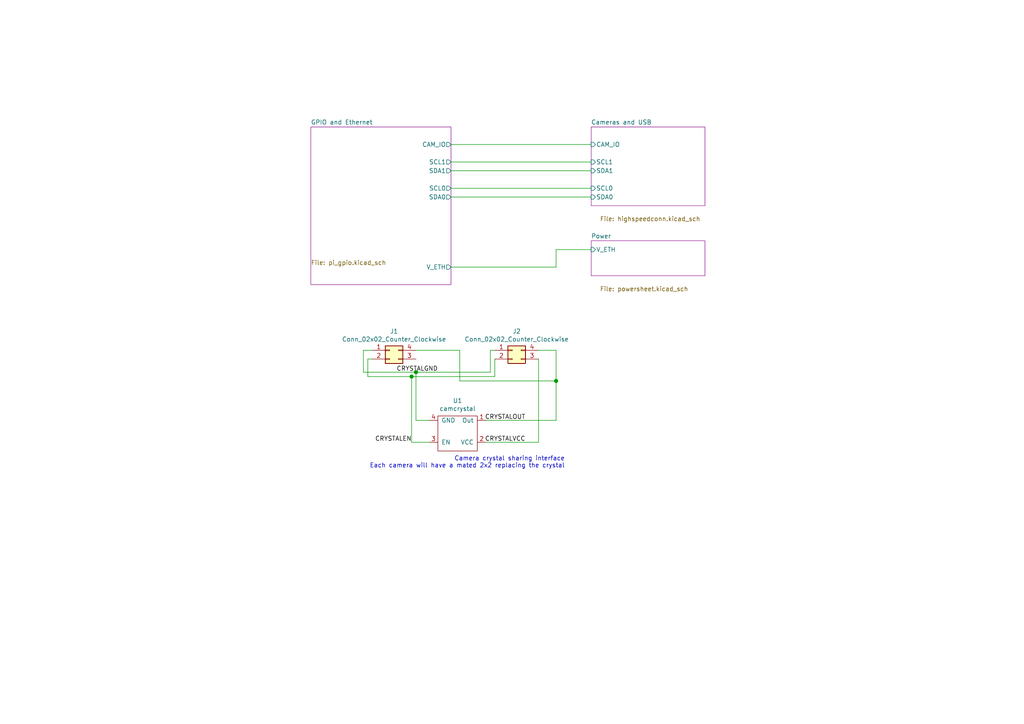
<source format=kicad_sch>
(kicad_sch (version 20201015) (generator eeschema)
  (paper "A4")
  (title_block (title "OpenStereo main sheet"))
  (lib_symbols
    (symbol "Connector_Generic:Conn_02x02_Counter_Clockwise" (pin_names (offset 1.016) hide)
      (property "Reference" "J" (at 1.27 2.54 0))
      (property "Value" "Conn_02x02_Counter_Clockwise" (at 1.27 -5.08 0))
      (symbol "Conn_02x02_Counter_Clockwise_1_1"
        (rectangle (start -1.27 -2.413) (end 0 -2.667) (stroke (width 0.1524)))
        (rectangle (start -1.27 0.127) (end 0 -0.127) (stroke (width 0.1524)))
        (rectangle (start -1.27 1.27) (end 3.81 -3.81) (stroke (width 0.254)) (fill (type background)))
        (rectangle (start 3.81 -2.413) (end 2.54 -2.667) (stroke (width 0.1524)))
        (rectangle (start 3.81 0.127) (end 2.54 -0.127) (stroke (width 0.1524)))
        (pin passive line (at -5.08 0 0) (length 3.81) (name "Pin_1") (number "1"))
        (pin passive line (at -5.08 -2.54 0) (length 3.81) (name "Pin_2") (number "2"))
        (pin passive line (at 7.62 -2.54 180) (length 3.81) (name "Pin_3") (number "3"))
        (pin passive line (at 7.62 0 180) (length 3.81) (name "Pin_4") (number "4"))
      )
    )
    (symbol "openstereo:camcrystal" (pin_names (offset 1.016))
      (property "Reference" "U" (at -1.27 6.35 0))
      (property "Value" "camcrystal" (at 0 -6.35 0))
      (symbol "camcrystal_0_1"
        (rectangle (start -6.35 5.08) (end 5.08 -5.08))
      )
      (symbol "camcrystal_1_1"
        (pin output line (at -8.89 3.81 0) (length 2.54) (name "Out") (number "1"))
        (pin power_in line (at -8.89 -2.54 0) (length 2.54) (name "VCC") (number "2"))
        (pin input line (at 7.62 -2.54 180) (length 2.54) (name "EN") (number "3"))
        (pin passive line (at 7.62 3.81 180) (length 2.54) (name "GND") (number "4"))
      )
    )
  )
  (junction (at 119.38 109.22) (diameter 1.016))
  (junction (at 120.65 107.95) (diameter 1.016))
  (junction (at 161.29 110.49) (diameter 1.016))
  (wire (pts (xy 105.41 101.6) (xy 105.41 107.95)))
  (wire (pts (xy 105.41 107.95) (xy 120.65 107.95)))
  (wire (pts (xy 106.68 104.14) (xy 106.68 109.22)))
  (wire (pts (xy 106.68 109.22) (xy 119.38 109.22)))
  (wire (pts (xy 107.95 101.6) (xy 105.41 101.6)))
  (wire (pts (xy 107.95 104.14) (xy 106.68 104.14)))
  (wire (pts (xy 119.38 109.22) (xy 119.38 128.27)))
  (wire (pts (xy 119.38 128.27) (xy 124.46 128.27)))
  (wire (pts (xy 120.65 101.6) (xy 133.35 101.6)))
  (wire (pts (xy 120.65 107.95) (xy 120.65 121.92)))
  (wire (pts (xy 120.65 121.92) (xy 124.46 121.92)))
  (wire (pts (xy 130.81 41.91) (xy 171.45 41.91)))
  (wire (pts (xy 130.81 46.99) (xy 171.45 46.99)))
  (wire (pts (xy 130.81 49.53) (xy 171.45 49.53)))
  (wire (pts (xy 130.81 54.61) (xy 171.45 54.61)))
  (wire (pts (xy 130.81 57.15) (xy 171.45 57.15)))
  (wire (pts (xy 130.81 77.47) (xy 161.29 77.47)))
  (wire (pts (xy 133.35 101.6) (xy 133.35 110.49)))
  (wire (pts (xy 133.35 110.49) (xy 161.29 110.49)))
  (wire (pts (xy 140.97 121.92) (xy 161.29 121.92)))
  (wire (pts (xy 142.24 101.6) (xy 142.24 107.95)))
  (wire (pts (xy 142.24 107.95) (xy 120.65 107.95)))
  (wire (pts (xy 143.51 101.6) (xy 142.24 101.6)))
  (wire (pts (xy 143.51 104.14) (xy 143.51 109.22)))
  (wire (pts (xy 143.51 109.22) (xy 119.38 109.22)))
  (wire (pts (xy 156.21 104.14) (xy 156.21 128.27)))
  (wire (pts (xy 156.21 128.27) (xy 140.97 128.27)))
  (wire (pts (xy 161.29 72.39) (xy 171.45 72.39)))
  (wire (pts (xy 161.29 77.47) (xy 161.29 72.39)))
  (wire (pts (xy 161.29 101.6) (xy 156.21 101.6)))
  (wire (pts (xy 161.29 101.6) (xy 161.29 110.49)))
  (wire (pts (xy 161.29 121.92) (xy 161.29 110.49)))
  (text "Camera crystal sharing interface\nEach camera will have a mated 2x2 replacing the crystal" (at 163.83 135.89 0) (effects (font (size 1.27 1.27)) (justify right bottom)))
  (label "CRYSTALEN" (at 119.38 128.27 180))
  (label "CRYSTALGND" (at 127 107.95 180))
  (label "CRYSTALOUT" (at 152.4 121.92 180))
  (label "CRYSTALVCC" (at 152.4 128.27 180))
  (symbol (lib_id "Connector_Generic:Conn_02x02_Counter_Clockwise") (at 113.03 101.6 0) (unit 1)
    (property "Reference" "J1" (at 114.3 96.0882 0))
    (property "Value" "Conn_02x02_Counter_Clockwise" (at 114.3 98.3996 0))
    (property "Footprint" "Connector_PinHeader_1.27mm:PinHeader_2x02_P1.27mm_Vertical" (effects hide))
  )
  (symbol (lib_id "Connector_Generic:Conn_02x02_Counter_Clockwise") (at 148.59 101.6 0) (unit 1)
    (property "Reference" "J2" (at 149.86 96.0882 0))
    (property "Value" "Conn_02x02_Counter_Clockwise" (at 149.86 98.3996 0))
    (property "Footprint" "Connector_PinHeader_1.27mm:PinHeader_2x02_P1.27mm_Vertical" (effects hide))
  )
  (symbol (lib_id "openstereo:camcrystal") (at 132.08 125.73 0) (mirror y) (unit 1)
    (property "Reference" "U1" (at 132.715 116.205 0))
    (property "Value" "camcrystal" (at 132.715 118.5164 0))
    (property "Footprint" "openstereo:crystalpad" (effects hide))
  )
  (sheet (at 171.45 36.83) (size 33.02 22.86) (stroke (width 0.001) (color 132 0 132 1)) (fill (color 255 255 255 0.0000))
    (property "Sheet name" "Cameras and USB" (at 171.45 36.194 0) (effects (justify left bottom)))
    (property "Sheet file" "highspeedconn.kicad_sch" (at 173.99 62.7389 0) (effects (justify left top)))
    (pin "CAM_IO" input (at 171.45 41.91 180))
    (pin "SCL1" input (at 171.45 46.99 180))
    (pin "SDA1" input (at 171.45 49.53 180))
    (pin "SCL0" input (at 171.45 54.61 180))
    (pin "SDA0" input (at 171.45 57.15 180))
  )
  (sheet (at 90.17 36.83) (size 40.64 45.72) (stroke (width 0.001) (color 132 0 132 1)) (fill (color 255 255 255 0.0000))
    (property "Sheet name" "GPIO and Ethernet" (at 90.17 36.194 0) (effects (justify left bottom)))
    (property "Sheet file" "pi_gpio.kicad_sch" (at 90.17 75.4389 0) (effects (justify left top)))
    (pin "CAM_IO" output (at 130.81 41.91 0))
    (pin "SDA0" output (at 130.81 57.15 0))
    (pin "SCL0" output (at 130.81 54.61 0))
    (pin "SDA1" output (at 130.81 49.53 0))
    (pin "SCL1" output (at 130.81 46.99 0))
    (pin "V_ETH" output (at 130.81 77.47 0))
  )
  (sheet (at 171.45 69.85) (size 33.02 10.16) (stroke (width 0.001) (color 132 0 132 1)) (fill (color 255 255 255 0.0000))
    (property "Sheet name" "Power" (at 171.45 69.2141 0) (effects (justify left bottom)))
    (property "Sheet file" "powersheet.kicad_sch" (at 173.99 83.0589 0) (effects (justify left top)))
    (pin "V_ETH" input (at 171.45 72.39 180))
  )
)
</source>
